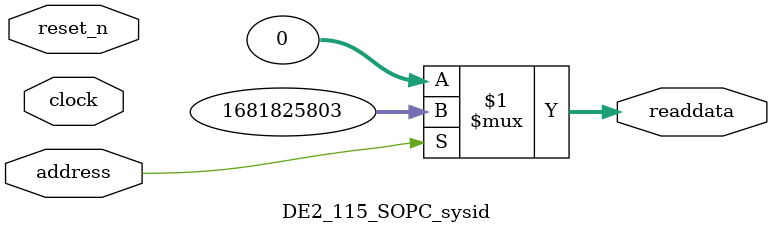
<source format=v>



// synthesis translate_off
`timescale 1ns / 1ps
// synthesis translate_on

// turn off superfluous verilog processor warnings 
// altera message_level Level1 
// altera message_off 10034 10035 10036 10037 10230 10240 10030 

module DE2_115_SOPC_sysid (
               // inputs:
                address,
                clock,
                reset_n,

               // outputs:
                readdata
             )
;

  output  [ 31: 0] readdata;
  input            address;
  input            clock;
  input            reset_n;

  wire    [ 31: 0] readdata;
  //control_slave, which is an e_avalon_slave
  assign readdata = address ? 1681825803 : 0;

endmodule



</source>
